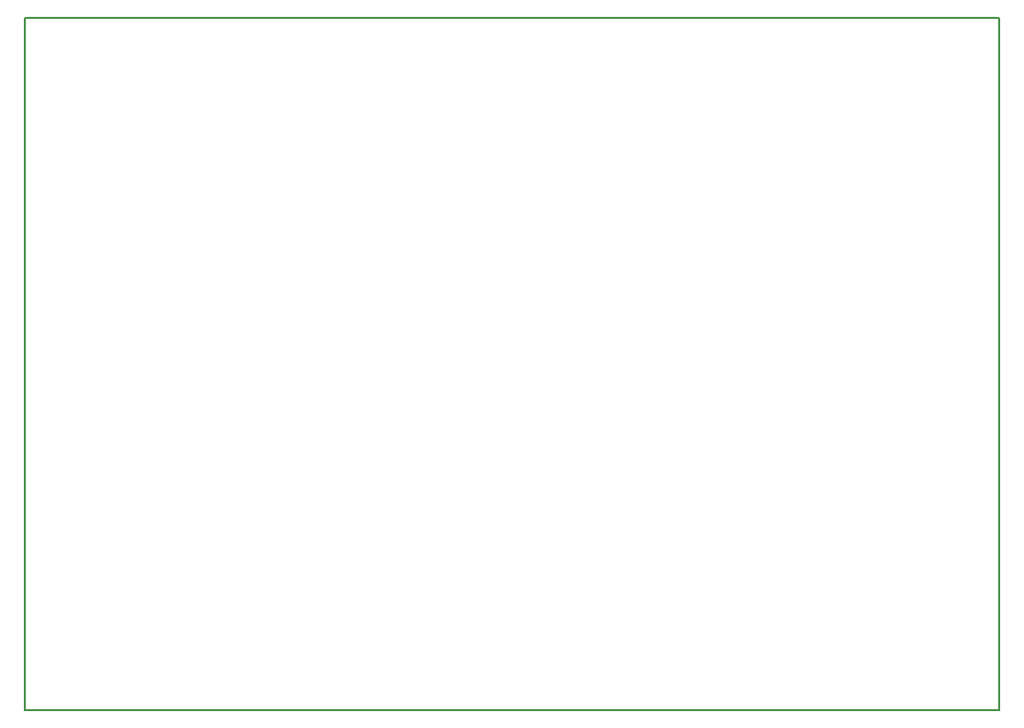
<source format=gbr>
G04 #@! TF.FileFunction,Profile,NP*
%FSLAX46Y46*%
G04 Gerber Fmt 4.6, Leading zero omitted, Abs format (unit mm)*
G04 Created by KiCad (PCBNEW 4.0.7) date Sunday 08 October 2017 21:17:18*
%MOMM*%
%LPD*%
G01*
G04 APERTURE LIST*
%ADD10C,0.100000*%
%ADD11C,0.150000*%
G04 APERTURE END LIST*
D10*
D11*
X96000000Y-104000000D02*
X96000000Y-45000000D01*
X96000000Y-45000000D02*
X179000000Y-45000000D01*
X179000000Y-104000000D02*
X96000000Y-104000000D01*
X179000000Y-45000000D02*
X179000000Y-104000000D01*
M02*

</source>
